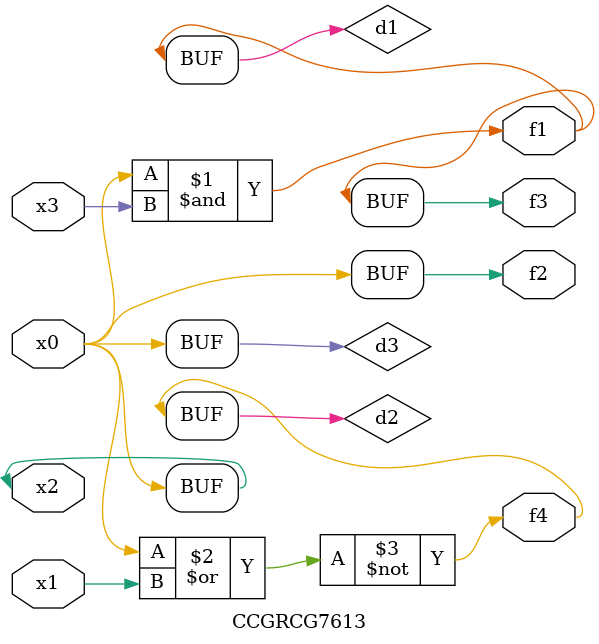
<source format=v>
module CCGRCG7613(
	input x0, x1, x2, x3,
	output f1, f2, f3, f4
);

	wire d1, d2, d3;

	and (d1, x2, x3);
	nor (d2, x0, x1);
	buf (d3, x0, x2);
	assign f1 = d1;
	assign f2 = d3;
	assign f3 = d1;
	assign f4 = d2;
endmodule

</source>
